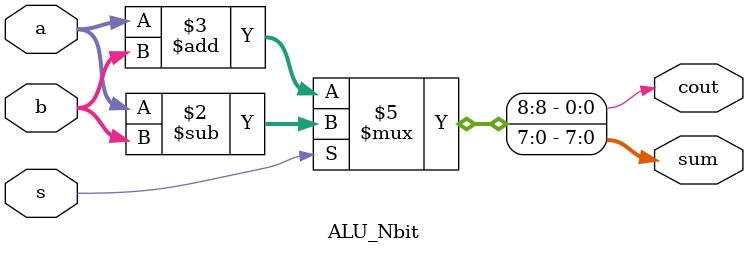
<source format=sv>
`timescale 1ns / 1ps


module ALU_Nbit#(parameter n =8)(
    input logic [n-1:0]a,
    input logic [n-1:0]b,
    input logic s,
    output logic cout ,
    output logic [n-1:0]sum
     
    );
    
 
    always_comb begin
        // Perform addition or subtraction based on the value of s
        if (s) begin
            // Subtraction: a - b
            {cout, sum} <= a - b; // The result will be 5 bits, cout will be the MSB
        end else begin
            // Addition: a + b
            {cout, sum} <= a + b; // The result will be 5 bits, cout will be the MSB
        end
    end
endmodule
</source>
